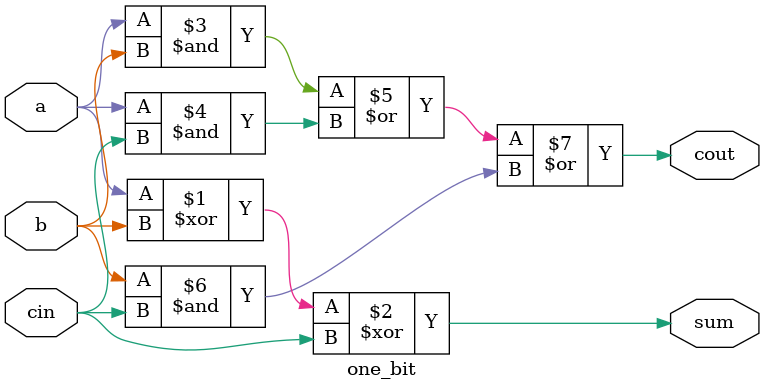
<source format=v>
/*
    Problem:
    https://acm.sjtu.edu.cn/OnlineJudge/problem?problem_id=1250

    任务：掌握组合逻辑，完成一个加法器。
*/

module Add(
    input       [31:0]          a,
    input       [31:0]          b,
    output      [31:0]          sum
);
    parameter N = 32;
    // TODO
    wire [N:0] carries;
    wire [N-1:0] newsum;
    generate // start of generate block
        genvar i;
        // special variable that doesn’t represent any real hardware,
        // just used for evaluation purposes
        assign carries[0] = 1'b0;
        for (i=0; i<N; i=i+1) begin : blockname
            one_bit ob( .a(a[i]), .b(b[i]),
            .cin(carries[i]),
            .sum(newsum[i]),
            .cout(carries[i+1]));
        end
    endgenerate //end of generate block
    // always @(*) begin : test
    //     integer i;
    //     for (i = 0; i < 32; i = i + 1) begin
    //         sum[i] = newsum[i];
    //     end
    // end
    assign #100 sum = newsum;

endmodule
module one_bit(
    input a,
    input b,
    input cin,
    output sum,
    output cout
);
    assign sum = a ^ b ^ cin;
    assign cout = a & b | a & cin | b & cin;
endmodule
</source>
